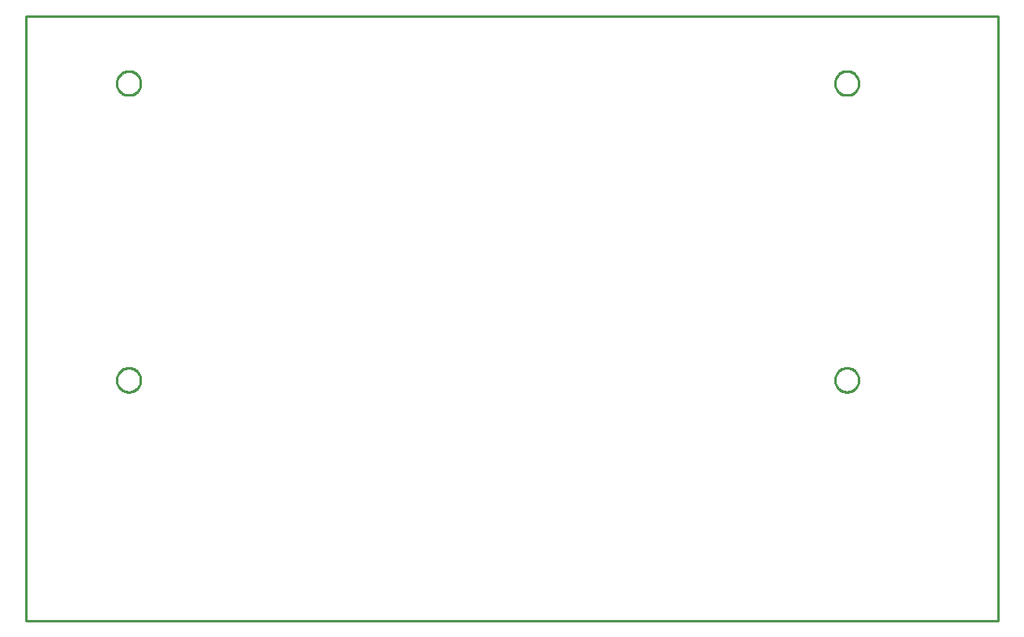
<source format=gbr>
G04 EAGLE Gerber RS-274X export*
G75*
%MOMM*%
%FSLAX34Y34*%
%LPD*%
%IN*%
%IPPOS*%
%AMOC8*
5,1,8,0,0,1.08239X$1,22.5*%
G01*
%ADD10C,0.254000*%


D10*
X0Y0D02*
X1015800Y0D01*
X1015800Y631700D01*
X0Y631700D01*
X0Y0D01*
X120100Y250909D02*
X120023Y249930D01*
X119869Y248960D01*
X119640Y248004D01*
X119336Y247070D01*
X118961Y246163D01*
X118515Y245288D01*
X118001Y244450D01*
X117424Y243655D01*
X116786Y242908D01*
X116092Y242214D01*
X115345Y241576D01*
X114550Y240999D01*
X113712Y240485D01*
X112837Y240039D01*
X111930Y239664D01*
X110996Y239360D01*
X110041Y239131D01*
X109070Y238977D01*
X108091Y238900D01*
X107109Y238900D01*
X106130Y238977D01*
X105160Y239131D01*
X104204Y239360D01*
X103270Y239664D01*
X102363Y240039D01*
X101488Y240485D01*
X100650Y240999D01*
X99855Y241576D01*
X99108Y242214D01*
X98414Y242908D01*
X97776Y243655D01*
X97199Y244450D01*
X96685Y245288D01*
X96239Y246163D01*
X95864Y247070D01*
X95560Y248004D01*
X95331Y248960D01*
X95177Y249930D01*
X95100Y250909D01*
X95100Y251891D01*
X95177Y252870D01*
X95331Y253841D01*
X95560Y254796D01*
X95864Y255730D01*
X96239Y256637D01*
X96685Y257512D01*
X97199Y258350D01*
X97776Y259145D01*
X98414Y259892D01*
X99108Y260586D01*
X99855Y261224D01*
X100650Y261801D01*
X101488Y262315D01*
X102363Y262761D01*
X103270Y263136D01*
X104204Y263440D01*
X105160Y263669D01*
X106130Y263823D01*
X107109Y263900D01*
X108091Y263900D01*
X109070Y263823D01*
X110041Y263669D01*
X110996Y263440D01*
X111930Y263136D01*
X112837Y262761D01*
X113712Y262315D01*
X114550Y261801D01*
X115345Y261224D01*
X116092Y260586D01*
X116786Y259892D01*
X117424Y259145D01*
X118001Y258350D01*
X118515Y257512D01*
X118961Y256637D01*
X119336Y255730D01*
X119640Y254796D01*
X119869Y253841D01*
X120023Y252870D01*
X120100Y251891D01*
X120100Y250909D01*
X870100Y250909D02*
X870023Y249930D01*
X869869Y248960D01*
X869640Y248004D01*
X869336Y247070D01*
X868961Y246163D01*
X868515Y245288D01*
X868001Y244450D01*
X867424Y243655D01*
X866786Y242908D01*
X866092Y242214D01*
X865345Y241576D01*
X864550Y240999D01*
X863712Y240485D01*
X862837Y240039D01*
X861930Y239664D01*
X860996Y239360D01*
X860041Y239131D01*
X859070Y238977D01*
X858091Y238900D01*
X857109Y238900D01*
X856130Y238977D01*
X855160Y239131D01*
X854204Y239360D01*
X853270Y239664D01*
X852363Y240039D01*
X851488Y240485D01*
X850650Y240999D01*
X849855Y241576D01*
X849108Y242214D01*
X848414Y242908D01*
X847776Y243655D01*
X847199Y244450D01*
X846685Y245288D01*
X846239Y246163D01*
X845864Y247070D01*
X845560Y248004D01*
X845331Y248960D01*
X845177Y249930D01*
X845100Y250909D01*
X845100Y251891D01*
X845177Y252870D01*
X845331Y253841D01*
X845560Y254796D01*
X845864Y255730D01*
X846239Y256637D01*
X846685Y257512D01*
X847199Y258350D01*
X847776Y259145D01*
X848414Y259892D01*
X849108Y260586D01*
X849855Y261224D01*
X850650Y261801D01*
X851488Y262315D01*
X852363Y262761D01*
X853270Y263136D01*
X854204Y263440D01*
X855160Y263669D01*
X856130Y263823D01*
X857109Y263900D01*
X858091Y263900D01*
X859070Y263823D01*
X860041Y263669D01*
X860996Y263440D01*
X861930Y263136D01*
X862837Y262761D01*
X863712Y262315D01*
X864550Y261801D01*
X865345Y261224D01*
X866092Y260586D01*
X866786Y259892D01*
X867424Y259145D01*
X868001Y258350D01*
X868515Y257512D01*
X868961Y256637D01*
X869336Y255730D01*
X869640Y254796D01*
X869869Y253841D01*
X870023Y252870D01*
X870100Y251891D01*
X870100Y250909D01*
X120100Y560909D02*
X120023Y559930D01*
X119869Y558960D01*
X119640Y558004D01*
X119336Y557070D01*
X118961Y556163D01*
X118515Y555288D01*
X118001Y554450D01*
X117424Y553655D01*
X116786Y552908D01*
X116092Y552214D01*
X115345Y551576D01*
X114550Y550999D01*
X113712Y550485D01*
X112837Y550039D01*
X111930Y549664D01*
X110996Y549360D01*
X110041Y549131D01*
X109070Y548977D01*
X108091Y548900D01*
X107109Y548900D01*
X106130Y548977D01*
X105160Y549131D01*
X104204Y549360D01*
X103270Y549664D01*
X102363Y550039D01*
X101488Y550485D01*
X100650Y550999D01*
X99855Y551576D01*
X99108Y552214D01*
X98414Y552908D01*
X97776Y553655D01*
X97199Y554450D01*
X96685Y555288D01*
X96239Y556163D01*
X95864Y557070D01*
X95560Y558004D01*
X95331Y558960D01*
X95177Y559930D01*
X95100Y560909D01*
X95100Y561891D01*
X95177Y562870D01*
X95331Y563841D01*
X95560Y564796D01*
X95864Y565730D01*
X96239Y566637D01*
X96685Y567512D01*
X97199Y568350D01*
X97776Y569145D01*
X98414Y569892D01*
X99108Y570586D01*
X99855Y571224D01*
X100650Y571801D01*
X101488Y572315D01*
X102363Y572761D01*
X103270Y573136D01*
X104204Y573440D01*
X105160Y573669D01*
X106130Y573823D01*
X107109Y573900D01*
X108091Y573900D01*
X109070Y573823D01*
X110041Y573669D01*
X110996Y573440D01*
X111930Y573136D01*
X112837Y572761D01*
X113712Y572315D01*
X114550Y571801D01*
X115345Y571224D01*
X116092Y570586D01*
X116786Y569892D01*
X117424Y569145D01*
X118001Y568350D01*
X118515Y567512D01*
X118961Y566637D01*
X119336Y565730D01*
X119640Y564796D01*
X119869Y563841D01*
X120023Y562870D01*
X120100Y561891D01*
X120100Y560909D01*
X870100Y560909D02*
X870023Y559930D01*
X869869Y558960D01*
X869640Y558004D01*
X869336Y557070D01*
X868961Y556163D01*
X868515Y555288D01*
X868001Y554450D01*
X867424Y553655D01*
X866786Y552908D01*
X866092Y552214D01*
X865345Y551576D01*
X864550Y550999D01*
X863712Y550485D01*
X862837Y550039D01*
X861930Y549664D01*
X860996Y549360D01*
X860041Y549131D01*
X859070Y548977D01*
X858091Y548900D01*
X857109Y548900D01*
X856130Y548977D01*
X855160Y549131D01*
X854204Y549360D01*
X853270Y549664D01*
X852363Y550039D01*
X851488Y550485D01*
X850650Y550999D01*
X849855Y551576D01*
X849108Y552214D01*
X848414Y552908D01*
X847776Y553655D01*
X847199Y554450D01*
X846685Y555288D01*
X846239Y556163D01*
X845864Y557070D01*
X845560Y558004D01*
X845331Y558960D01*
X845177Y559930D01*
X845100Y560909D01*
X845100Y561891D01*
X845177Y562870D01*
X845331Y563841D01*
X845560Y564796D01*
X845864Y565730D01*
X846239Y566637D01*
X846685Y567512D01*
X847199Y568350D01*
X847776Y569145D01*
X848414Y569892D01*
X849108Y570586D01*
X849855Y571224D01*
X850650Y571801D01*
X851488Y572315D01*
X852363Y572761D01*
X853270Y573136D01*
X854204Y573440D01*
X855160Y573669D01*
X856130Y573823D01*
X857109Y573900D01*
X858091Y573900D01*
X859070Y573823D01*
X860041Y573669D01*
X860996Y573440D01*
X861930Y573136D01*
X862837Y572761D01*
X863712Y572315D01*
X864550Y571801D01*
X865345Y571224D01*
X866092Y570586D01*
X866786Y569892D01*
X867424Y569145D01*
X868001Y568350D01*
X868515Y567512D01*
X868961Y566637D01*
X869336Y565730D01*
X869640Y564796D01*
X869869Y563841D01*
X870023Y562870D01*
X870100Y561891D01*
X870100Y560909D01*
M02*

</source>
